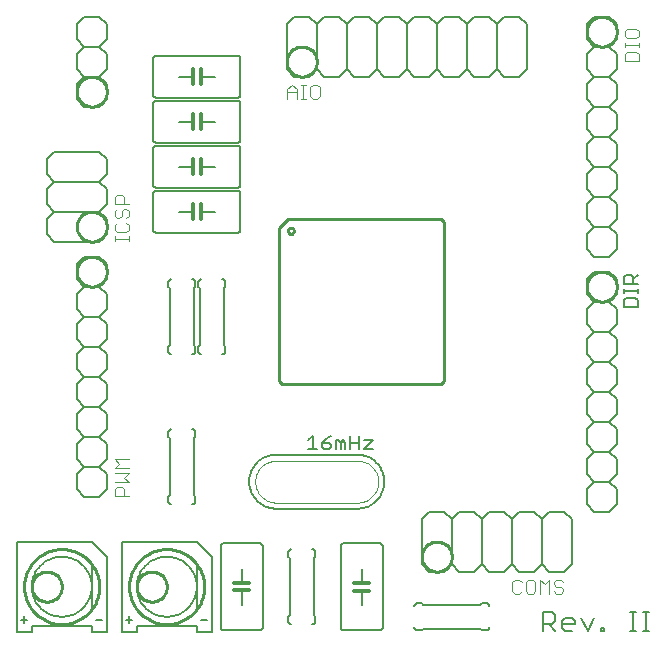
<source format=gto>
G75*
G70*
%OFA0B0*%
%FSLAX24Y24*%
%IPPOS*%
%LPD*%
%AMOC8*
5,1,8,0,0,1.08239X$1,22.5*
%
%ADD10C,0.0060*%
%ADD11C,0.0100*%
%ADD12C,0.0120*%
%ADD13C,0.0020*%
%ADD14C,0.0050*%
%ADD15C,0.0040*%
D10*
X001100Y001100D02*
X001600Y001100D01*
X001600Y001300D01*
X003600Y001300D01*
X003600Y001100D01*
X004100Y001100D01*
X004100Y003600D01*
X003600Y004100D01*
X001100Y004100D01*
X001100Y001100D01*
X001343Y001387D02*
X001343Y001614D01*
X001230Y001500D02*
X001457Y001500D01*
X001600Y002600D02*
X001602Y002663D01*
X001608Y002725D01*
X001618Y002787D01*
X001631Y002849D01*
X001649Y002909D01*
X001670Y002968D01*
X001695Y003026D01*
X001724Y003082D01*
X001756Y003136D01*
X001791Y003188D01*
X001829Y003237D01*
X001871Y003285D01*
X001915Y003329D01*
X001963Y003371D01*
X002012Y003409D01*
X002064Y003444D01*
X002118Y003476D01*
X002174Y003505D01*
X002232Y003530D01*
X002291Y003551D01*
X002351Y003569D01*
X002413Y003582D01*
X002475Y003592D01*
X002537Y003598D01*
X002600Y003600D01*
X002663Y003598D01*
X002725Y003592D01*
X002787Y003582D01*
X002849Y003569D01*
X002909Y003551D01*
X002968Y003530D01*
X003026Y003505D01*
X003082Y003476D01*
X003136Y003444D01*
X003188Y003409D01*
X003237Y003371D01*
X003285Y003329D01*
X003329Y003285D01*
X003371Y003237D01*
X003409Y003188D01*
X003444Y003136D01*
X003476Y003082D01*
X003505Y003026D01*
X003530Y002968D01*
X003551Y002909D01*
X003569Y002849D01*
X003582Y002787D01*
X003592Y002725D01*
X003598Y002663D01*
X003600Y002600D01*
X003598Y002537D01*
X003592Y002475D01*
X003582Y002413D01*
X003569Y002351D01*
X003551Y002291D01*
X003530Y002232D01*
X003505Y002174D01*
X003476Y002118D01*
X003444Y002064D01*
X003409Y002012D01*
X003371Y001963D01*
X003329Y001915D01*
X003285Y001871D01*
X003237Y001829D01*
X003188Y001791D01*
X003136Y001756D01*
X003082Y001724D01*
X003026Y001695D01*
X002968Y001670D01*
X002909Y001649D01*
X002849Y001631D01*
X002787Y001618D01*
X002725Y001608D01*
X002663Y001602D01*
X002600Y001600D01*
X002537Y001602D01*
X002475Y001608D01*
X002413Y001618D01*
X002351Y001631D01*
X002291Y001649D01*
X002232Y001670D01*
X002174Y001695D01*
X002118Y001724D01*
X002064Y001756D01*
X002012Y001791D01*
X001963Y001829D01*
X001915Y001871D01*
X001871Y001915D01*
X001829Y001963D01*
X001791Y002012D01*
X001756Y002064D01*
X001724Y002118D01*
X001695Y002174D01*
X001670Y002232D01*
X001649Y002291D01*
X001631Y002351D01*
X001618Y002413D01*
X001608Y002475D01*
X001602Y002537D01*
X001600Y002600D01*
X003600Y001850D02*
X003600Y003350D01*
X004600Y004100D02*
X004600Y001100D01*
X005100Y001100D01*
X005100Y001300D01*
X007100Y001300D01*
X007100Y001100D01*
X007600Y001100D01*
X007600Y003600D01*
X007100Y004100D01*
X004600Y004100D01*
X003850Y005600D02*
X003350Y005600D01*
X003100Y005850D01*
X003100Y006350D01*
X003350Y006600D01*
X003100Y006850D01*
X003100Y007350D01*
X003350Y007600D01*
X003850Y007600D01*
X004100Y007350D01*
X004100Y006850D01*
X003850Y006600D01*
X004100Y006350D01*
X004100Y005850D01*
X003850Y005600D01*
X003850Y006600D02*
X003350Y006600D01*
X003350Y007600D02*
X003100Y007850D01*
X003100Y008350D01*
X003350Y008600D01*
X003100Y008850D01*
X003100Y009350D01*
X003350Y009600D01*
X003100Y009850D01*
X003100Y010350D01*
X003350Y010600D01*
X003850Y010600D01*
X004100Y010350D01*
X004100Y009850D01*
X003850Y009600D01*
X004100Y009350D01*
X004100Y008850D01*
X003850Y008600D01*
X004100Y008350D01*
X004100Y007850D01*
X003850Y007600D01*
X003850Y008600D02*
X003350Y008600D01*
X003350Y009600D02*
X003850Y009600D01*
X003850Y010600D02*
X004100Y010850D01*
X004100Y011350D01*
X003850Y011600D01*
X004100Y011850D01*
X004100Y012350D01*
X003850Y012600D01*
X004100Y012850D01*
X004100Y013350D01*
X003850Y013600D01*
X003350Y013600D01*
X003100Y013350D01*
X003100Y012850D01*
X003350Y012600D01*
X003850Y012600D01*
X003350Y012600D02*
X003100Y012350D01*
X003100Y011850D01*
X003350Y011600D01*
X003850Y011600D01*
X003350Y011600D02*
X003100Y011350D01*
X003100Y010850D01*
X003350Y010600D01*
X006150Y010600D02*
X006200Y010650D01*
X006200Y012550D01*
X006150Y012600D01*
X006150Y012750D01*
X006152Y012767D01*
X006156Y012784D01*
X006163Y012800D01*
X006173Y012814D01*
X006186Y012827D01*
X006200Y012837D01*
X006216Y012844D01*
X006233Y012848D01*
X006250Y012850D01*
X006950Y012850D02*
X006967Y012848D01*
X006984Y012844D01*
X007000Y012837D01*
X007014Y012827D01*
X007027Y012814D01*
X007037Y012800D01*
X007044Y012784D01*
X007048Y012767D01*
X007050Y012750D01*
X007050Y012600D01*
X007000Y012550D01*
X007000Y010650D01*
X007050Y010600D01*
X007050Y010450D01*
X007150Y010450D02*
X007150Y010600D01*
X007200Y010650D01*
X007200Y012550D01*
X007150Y012600D01*
X007150Y012750D01*
X007152Y012767D01*
X007156Y012784D01*
X007163Y012800D01*
X007173Y012814D01*
X007186Y012827D01*
X007200Y012837D01*
X007216Y012844D01*
X007233Y012848D01*
X007250Y012850D01*
X007950Y012850D02*
X007967Y012848D01*
X007984Y012844D01*
X008000Y012837D01*
X008014Y012827D01*
X008027Y012814D01*
X008037Y012800D01*
X008044Y012784D01*
X008048Y012767D01*
X008050Y012750D01*
X008050Y012600D01*
X008000Y012550D01*
X008000Y010650D01*
X008050Y010600D01*
X008050Y010450D01*
X008048Y010433D01*
X008044Y010416D01*
X008037Y010400D01*
X008027Y010386D01*
X008014Y010373D01*
X008000Y010363D01*
X007984Y010356D01*
X007967Y010352D01*
X007950Y010350D01*
X007250Y010350D02*
X007233Y010352D01*
X007216Y010356D01*
X007200Y010363D01*
X007186Y010373D01*
X007173Y010386D01*
X007163Y010400D01*
X007156Y010416D01*
X007152Y010433D01*
X007150Y010450D01*
X007050Y010450D02*
X007048Y010433D01*
X007044Y010416D01*
X007037Y010400D01*
X007027Y010386D01*
X007014Y010373D01*
X007000Y010363D01*
X006984Y010356D01*
X006967Y010352D01*
X006950Y010350D01*
X006250Y010350D02*
X006233Y010352D01*
X006216Y010356D01*
X006200Y010363D01*
X006186Y010373D01*
X006173Y010386D01*
X006163Y010400D01*
X006156Y010416D01*
X006152Y010433D01*
X006150Y010450D01*
X006150Y010600D01*
X006150Y007750D02*
X006150Y007600D01*
X006200Y007550D01*
X006200Y005650D01*
X006150Y005600D01*
X006150Y005450D01*
X006152Y005433D01*
X006156Y005416D01*
X006163Y005400D01*
X006173Y005386D01*
X006186Y005373D01*
X006200Y005363D01*
X006216Y005356D01*
X006233Y005352D01*
X006250Y005350D01*
X006950Y005350D02*
X006967Y005352D01*
X006984Y005356D01*
X007000Y005363D01*
X007014Y005373D01*
X007027Y005386D01*
X007037Y005400D01*
X007044Y005416D01*
X007048Y005433D01*
X007050Y005450D01*
X007050Y005600D01*
X007000Y005650D01*
X007000Y007550D01*
X007050Y007600D01*
X007050Y007750D01*
X007048Y007767D01*
X007044Y007784D01*
X007037Y007800D01*
X007027Y007814D01*
X007014Y007827D01*
X007000Y007837D01*
X006984Y007844D01*
X006967Y007848D01*
X006950Y007850D01*
X006250Y007850D02*
X006233Y007848D01*
X006216Y007844D01*
X006200Y007837D01*
X006186Y007827D01*
X006173Y007814D01*
X006163Y007800D01*
X006156Y007784D01*
X006152Y007767D01*
X006150Y007750D01*
X009750Y007000D02*
X012450Y007000D01*
X012509Y006998D01*
X012567Y006992D01*
X012626Y006983D01*
X012683Y006969D01*
X012739Y006952D01*
X012794Y006931D01*
X012848Y006907D01*
X012900Y006879D01*
X012950Y006848D01*
X012998Y006814D01*
X013043Y006777D01*
X013086Y006736D01*
X013127Y006693D01*
X013164Y006648D01*
X013198Y006600D01*
X013229Y006550D01*
X013257Y006498D01*
X013281Y006444D01*
X013302Y006389D01*
X013319Y006333D01*
X013333Y006276D01*
X013342Y006217D01*
X013348Y006159D01*
X013350Y006100D01*
X013348Y006041D01*
X013342Y005983D01*
X013333Y005924D01*
X013319Y005867D01*
X013302Y005811D01*
X013281Y005756D01*
X013257Y005702D01*
X013229Y005650D01*
X013198Y005600D01*
X013164Y005552D01*
X013127Y005507D01*
X013086Y005464D01*
X013043Y005423D01*
X012998Y005386D01*
X012950Y005352D01*
X012900Y005321D01*
X012848Y005293D01*
X012794Y005269D01*
X012739Y005248D01*
X012683Y005231D01*
X012626Y005217D01*
X012567Y005208D01*
X012509Y005202D01*
X012450Y005200D01*
X009750Y005200D01*
X009691Y005202D01*
X009633Y005208D01*
X009574Y005217D01*
X009517Y005231D01*
X009461Y005248D01*
X009406Y005269D01*
X009352Y005293D01*
X009300Y005321D01*
X009250Y005352D01*
X009202Y005386D01*
X009157Y005423D01*
X009114Y005464D01*
X009073Y005507D01*
X009036Y005552D01*
X009002Y005600D01*
X008971Y005650D01*
X008943Y005702D01*
X008919Y005756D01*
X008898Y005811D01*
X008881Y005867D01*
X008867Y005924D01*
X008858Y005983D01*
X008852Y006041D01*
X008850Y006100D01*
X008852Y006159D01*
X008858Y006217D01*
X008867Y006276D01*
X008881Y006333D01*
X008898Y006389D01*
X008919Y006444D01*
X008943Y006498D01*
X008971Y006550D01*
X009002Y006600D01*
X009036Y006648D01*
X009073Y006693D01*
X009114Y006736D01*
X009157Y006777D01*
X009202Y006814D01*
X009250Y006848D01*
X009300Y006879D01*
X009352Y006907D01*
X009406Y006931D01*
X009461Y006952D01*
X009517Y006969D01*
X009574Y006983D01*
X009633Y006992D01*
X009691Y006998D01*
X009750Y007000D01*
X009200Y004050D02*
X008000Y004050D01*
X007983Y004048D01*
X007966Y004044D01*
X007950Y004037D01*
X007936Y004027D01*
X007923Y004014D01*
X007913Y004000D01*
X007906Y003984D01*
X007902Y003967D01*
X007900Y003950D01*
X007900Y001250D01*
X007902Y001233D01*
X007906Y001216D01*
X007913Y001200D01*
X007923Y001186D01*
X007936Y001173D01*
X007950Y001163D01*
X007966Y001156D01*
X007983Y001152D01*
X008000Y001150D01*
X009200Y001150D01*
X009217Y001152D01*
X009234Y001156D01*
X009250Y001163D01*
X009264Y001173D01*
X009277Y001186D01*
X009287Y001200D01*
X009294Y001216D01*
X009298Y001233D01*
X009300Y001250D01*
X009300Y003950D01*
X009298Y003967D01*
X009294Y003984D01*
X009287Y004000D01*
X009277Y004014D01*
X009264Y004027D01*
X009250Y004037D01*
X009234Y004044D01*
X009217Y004048D01*
X009200Y004050D01*
X008600Y003200D02*
X008600Y002730D01*
X008600Y002480D02*
X008600Y002000D01*
X007457Y001500D02*
X007230Y001500D01*
X007100Y001850D02*
X007100Y003350D01*
X005100Y002600D02*
X005102Y002663D01*
X005108Y002725D01*
X005118Y002787D01*
X005131Y002849D01*
X005149Y002909D01*
X005170Y002968D01*
X005195Y003026D01*
X005224Y003082D01*
X005256Y003136D01*
X005291Y003188D01*
X005329Y003237D01*
X005371Y003285D01*
X005415Y003329D01*
X005463Y003371D01*
X005512Y003409D01*
X005564Y003444D01*
X005618Y003476D01*
X005674Y003505D01*
X005732Y003530D01*
X005791Y003551D01*
X005851Y003569D01*
X005913Y003582D01*
X005975Y003592D01*
X006037Y003598D01*
X006100Y003600D01*
X006163Y003598D01*
X006225Y003592D01*
X006287Y003582D01*
X006349Y003569D01*
X006409Y003551D01*
X006468Y003530D01*
X006526Y003505D01*
X006582Y003476D01*
X006636Y003444D01*
X006688Y003409D01*
X006737Y003371D01*
X006785Y003329D01*
X006829Y003285D01*
X006871Y003237D01*
X006909Y003188D01*
X006944Y003136D01*
X006976Y003082D01*
X007005Y003026D01*
X007030Y002968D01*
X007051Y002909D01*
X007069Y002849D01*
X007082Y002787D01*
X007092Y002725D01*
X007098Y002663D01*
X007100Y002600D01*
X007098Y002537D01*
X007092Y002475D01*
X007082Y002413D01*
X007069Y002351D01*
X007051Y002291D01*
X007030Y002232D01*
X007005Y002174D01*
X006976Y002118D01*
X006944Y002064D01*
X006909Y002012D01*
X006871Y001963D01*
X006829Y001915D01*
X006785Y001871D01*
X006737Y001829D01*
X006688Y001791D01*
X006636Y001756D01*
X006582Y001724D01*
X006526Y001695D01*
X006468Y001670D01*
X006409Y001649D01*
X006349Y001631D01*
X006287Y001618D01*
X006225Y001608D01*
X006163Y001602D01*
X006100Y001600D01*
X006037Y001602D01*
X005975Y001608D01*
X005913Y001618D01*
X005851Y001631D01*
X005791Y001649D01*
X005732Y001670D01*
X005674Y001695D01*
X005618Y001724D01*
X005564Y001756D01*
X005512Y001791D01*
X005463Y001829D01*
X005415Y001871D01*
X005371Y001915D01*
X005329Y001963D01*
X005291Y002012D01*
X005256Y002064D01*
X005224Y002118D01*
X005195Y002174D01*
X005170Y002232D01*
X005149Y002291D01*
X005131Y002351D01*
X005118Y002413D01*
X005108Y002475D01*
X005102Y002537D01*
X005100Y002600D01*
X004843Y001614D02*
X004843Y001387D01*
X004730Y001500D02*
X004957Y001500D01*
X003957Y001500D02*
X003730Y001500D01*
X010150Y001450D02*
X010150Y001600D01*
X010200Y001650D01*
X010200Y003550D01*
X010150Y003600D01*
X010150Y003750D01*
X010152Y003767D01*
X010156Y003784D01*
X010163Y003800D01*
X010173Y003814D01*
X010186Y003827D01*
X010200Y003837D01*
X010216Y003844D01*
X010233Y003848D01*
X010250Y003850D01*
X010950Y003850D02*
X010967Y003848D01*
X010984Y003844D01*
X011000Y003837D01*
X011014Y003827D01*
X011027Y003814D01*
X011037Y003800D01*
X011044Y003784D01*
X011048Y003767D01*
X011050Y003750D01*
X011050Y003600D01*
X011000Y003550D01*
X011000Y001650D01*
X011050Y001600D01*
X011050Y001450D01*
X011048Y001433D01*
X011044Y001416D01*
X011037Y001400D01*
X011027Y001386D01*
X011014Y001373D01*
X011000Y001363D01*
X010984Y001356D01*
X010967Y001352D01*
X010950Y001350D01*
X010250Y001350D02*
X010233Y001352D01*
X010216Y001356D01*
X010200Y001363D01*
X010186Y001373D01*
X010173Y001386D01*
X010163Y001400D01*
X010156Y001416D01*
X010152Y001433D01*
X010150Y001450D01*
X011900Y001250D02*
X011900Y003950D01*
X011902Y003967D01*
X011906Y003984D01*
X011913Y004000D01*
X011923Y004014D01*
X011936Y004027D01*
X011950Y004037D01*
X011966Y004044D01*
X011983Y004048D01*
X012000Y004050D01*
X013200Y004050D01*
X013217Y004048D01*
X013234Y004044D01*
X013250Y004037D01*
X013264Y004027D01*
X013277Y004014D01*
X013287Y004000D01*
X013294Y003984D01*
X013298Y003967D01*
X013300Y003950D01*
X013300Y001250D01*
X013298Y001233D01*
X013294Y001216D01*
X013287Y001200D01*
X013277Y001186D01*
X013264Y001173D01*
X013250Y001163D01*
X013234Y001156D01*
X013217Y001152D01*
X013200Y001150D01*
X012000Y001150D01*
X011983Y001152D01*
X011966Y001156D01*
X011950Y001163D01*
X011936Y001173D01*
X011923Y001186D01*
X011913Y001200D01*
X011906Y001216D01*
X011902Y001233D01*
X011900Y001250D01*
X012600Y002000D02*
X012600Y002470D01*
X012600Y002720D02*
X012600Y003200D01*
X014600Y003350D02*
X014600Y004850D01*
X014850Y005100D01*
X015350Y005100D01*
X015600Y004850D01*
X015600Y003350D01*
X015850Y003100D01*
X016350Y003100D01*
X016600Y003350D01*
X016600Y004850D01*
X016850Y005100D01*
X017350Y005100D01*
X017600Y004850D01*
X017600Y003350D01*
X017850Y003100D01*
X018350Y003100D01*
X018600Y003350D01*
X018850Y003100D01*
X019350Y003100D01*
X019600Y003350D01*
X019600Y004850D01*
X019350Y005100D01*
X018850Y005100D01*
X018600Y004850D01*
X018600Y003350D01*
X017600Y003350D02*
X017350Y003100D01*
X016850Y003100D01*
X016600Y003350D01*
X015600Y003350D02*
X015350Y003100D01*
X014850Y003100D01*
X014600Y003350D01*
X014600Y002050D02*
X014450Y002050D01*
X014433Y002048D01*
X014416Y002044D01*
X014400Y002037D01*
X014386Y002027D01*
X014373Y002014D01*
X014363Y002000D01*
X014356Y001984D01*
X014352Y001967D01*
X014350Y001950D01*
X014600Y002050D02*
X014650Y002000D01*
X016550Y002000D01*
X016600Y002050D01*
X016750Y002050D01*
X016767Y002048D01*
X016784Y002044D01*
X016800Y002037D01*
X016814Y002027D01*
X016827Y002014D01*
X016837Y002000D01*
X016844Y001984D01*
X016848Y001967D01*
X016850Y001950D01*
X016850Y001250D02*
X016848Y001233D01*
X016844Y001216D01*
X016837Y001200D01*
X016827Y001186D01*
X016814Y001173D01*
X016800Y001163D01*
X016784Y001156D01*
X016767Y001152D01*
X016750Y001150D01*
X016600Y001150D01*
X016550Y001200D01*
X014650Y001200D01*
X014600Y001150D01*
X014450Y001150D01*
X014433Y001152D01*
X014416Y001156D01*
X014400Y001163D01*
X014386Y001173D01*
X014373Y001186D01*
X014363Y001200D01*
X014356Y001216D01*
X014352Y001233D01*
X014350Y001250D01*
X015600Y004850D02*
X015850Y005100D01*
X016350Y005100D01*
X016600Y004850D01*
X017600Y004850D02*
X017850Y005100D01*
X018350Y005100D01*
X018600Y004850D01*
X020100Y005350D02*
X020100Y005850D01*
X020350Y006100D01*
X020100Y006350D01*
X020100Y006850D01*
X020350Y007100D01*
X020100Y007350D01*
X020100Y007850D01*
X020350Y008100D01*
X020100Y008350D01*
X020100Y008850D01*
X020350Y009100D01*
X020100Y009350D01*
X020100Y009850D01*
X020350Y010100D01*
X020100Y010350D01*
X020100Y010850D01*
X020350Y011100D01*
X020100Y011350D01*
X020100Y011850D01*
X020350Y012100D01*
X020100Y012350D01*
X020100Y012850D01*
X020350Y013100D01*
X020850Y013100D01*
X021100Y012850D01*
X021100Y012350D01*
X020850Y012100D01*
X021100Y011850D01*
X021100Y011350D01*
X020850Y011100D01*
X020350Y011100D01*
X020850Y011100D02*
X021100Y010850D01*
X021100Y010350D01*
X020850Y010100D01*
X021100Y009850D01*
X021100Y009350D01*
X020850Y009100D01*
X021100Y008850D01*
X021100Y008350D01*
X020850Y008100D01*
X020350Y008100D01*
X020850Y008100D02*
X021100Y007850D01*
X021100Y007350D01*
X020850Y007100D01*
X021100Y006850D01*
X021100Y006350D01*
X020850Y006100D01*
X021100Y005850D01*
X021100Y005350D01*
X020850Y005100D01*
X020350Y005100D01*
X020100Y005350D01*
X020350Y006100D02*
X020850Y006100D01*
X020850Y007100D02*
X020350Y007100D01*
X020350Y009100D02*
X020850Y009100D01*
X020850Y010100D02*
X020350Y010100D01*
X020350Y012100D02*
X020850Y012100D01*
X020850Y013600D02*
X020350Y013600D01*
X020100Y013850D01*
X020100Y014350D01*
X020350Y014600D01*
X020100Y014850D01*
X020100Y015350D01*
X020350Y015600D01*
X020850Y015600D01*
X021100Y015350D01*
X021100Y014850D01*
X020850Y014600D01*
X021100Y014350D01*
X021100Y013850D01*
X020850Y013600D01*
X020850Y014600D02*
X020350Y014600D01*
X020350Y015600D02*
X020100Y015850D01*
X020100Y016350D01*
X020350Y016600D01*
X020100Y016850D01*
X020100Y017350D01*
X020350Y017600D01*
X020100Y017850D01*
X020100Y018350D01*
X020350Y018600D01*
X020850Y018600D01*
X021100Y018350D01*
X021100Y017850D01*
X020850Y017600D01*
X021100Y017350D01*
X021100Y016850D01*
X020850Y016600D01*
X021100Y016350D01*
X021100Y015850D01*
X020850Y015600D01*
X020850Y016600D02*
X020350Y016600D01*
X020350Y017600D02*
X020850Y017600D01*
X020850Y018600D02*
X021100Y018850D01*
X021100Y019350D01*
X020850Y019600D01*
X021100Y019850D01*
X021100Y020350D01*
X020850Y020600D01*
X021100Y020850D01*
X021100Y021350D01*
X020850Y021600D01*
X020350Y021600D01*
X020100Y021350D01*
X020100Y020850D01*
X020350Y020600D01*
X020850Y020600D01*
X020350Y020600D02*
X020100Y020350D01*
X020100Y019850D01*
X020350Y019600D01*
X020850Y019600D01*
X020350Y019600D02*
X020100Y019350D01*
X020100Y018850D01*
X020350Y018600D01*
X018100Y019850D02*
X018100Y021350D01*
X017850Y021600D01*
X017350Y021600D01*
X017100Y021350D01*
X017100Y019850D01*
X017350Y019600D01*
X017850Y019600D01*
X018100Y019850D01*
X017100Y019850D02*
X016850Y019600D01*
X016350Y019600D01*
X016100Y019850D01*
X016100Y021350D01*
X016350Y021600D01*
X016850Y021600D01*
X017100Y021350D01*
X016100Y021350D02*
X015850Y021600D01*
X015350Y021600D01*
X015100Y021350D01*
X015100Y019850D01*
X015350Y019600D01*
X015850Y019600D01*
X016100Y019850D01*
X015100Y019850D02*
X014850Y019600D01*
X014350Y019600D01*
X014100Y019850D01*
X014100Y021350D01*
X014350Y021600D01*
X014850Y021600D01*
X015100Y021350D01*
X014100Y021350D02*
X013850Y021600D01*
X013350Y021600D01*
X013100Y021350D01*
X013100Y019850D01*
X013350Y019600D01*
X013850Y019600D01*
X014100Y019850D01*
X013100Y019850D02*
X012850Y019600D01*
X012350Y019600D01*
X012100Y019850D01*
X012100Y021350D01*
X012350Y021600D01*
X012850Y021600D01*
X013100Y021350D01*
X012100Y021350D02*
X011850Y021600D01*
X011350Y021600D01*
X011100Y021350D01*
X011100Y019850D01*
X011350Y019600D01*
X011850Y019600D01*
X012100Y019850D01*
X011100Y019850D02*
X010850Y019600D01*
X010350Y019600D01*
X010100Y019850D01*
X010100Y021350D01*
X010350Y021600D01*
X010850Y021600D01*
X011100Y021350D01*
X008550Y020200D02*
X008550Y019000D01*
X008548Y018983D01*
X008544Y018966D01*
X008537Y018950D01*
X008527Y018936D01*
X008514Y018923D01*
X008500Y018913D01*
X008484Y018906D01*
X008467Y018902D01*
X008450Y018900D01*
X005750Y018900D01*
X005733Y018902D01*
X005716Y018906D01*
X005700Y018913D01*
X005686Y018923D01*
X005673Y018936D01*
X005663Y018950D01*
X005656Y018966D01*
X005652Y018983D01*
X005650Y019000D01*
X005650Y020200D01*
X005652Y020217D01*
X005656Y020234D01*
X005663Y020250D01*
X005673Y020264D01*
X005686Y020277D01*
X005700Y020287D01*
X005716Y020294D01*
X005733Y020298D01*
X005750Y020300D01*
X008450Y020300D01*
X008467Y020298D01*
X008484Y020294D01*
X008500Y020287D01*
X008514Y020277D01*
X008527Y020264D01*
X008537Y020250D01*
X008544Y020234D01*
X008548Y020217D01*
X008550Y020200D01*
X007700Y019600D02*
X007230Y019600D01*
X006980Y019600D02*
X006500Y019600D01*
X005750Y018800D02*
X008450Y018800D01*
X008467Y018798D01*
X008484Y018794D01*
X008500Y018787D01*
X008514Y018777D01*
X008527Y018764D01*
X008537Y018750D01*
X008544Y018734D01*
X008548Y018717D01*
X008550Y018700D01*
X008550Y017500D01*
X008548Y017483D01*
X008544Y017466D01*
X008537Y017450D01*
X008527Y017436D01*
X008514Y017423D01*
X008500Y017413D01*
X008484Y017406D01*
X008467Y017402D01*
X008450Y017400D01*
X005750Y017400D01*
X005750Y017300D02*
X008450Y017300D01*
X008467Y017298D01*
X008484Y017294D01*
X008500Y017287D01*
X008514Y017277D01*
X008527Y017264D01*
X008537Y017250D01*
X008544Y017234D01*
X008548Y017217D01*
X008550Y017200D01*
X008550Y016000D01*
X008548Y015983D01*
X008544Y015966D01*
X008537Y015950D01*
X008527Y015936D01*
X008514Y015923D01*
X008500Y015913D01*
X008484Y015906D01*
X008467Y015902D01*
X008450Y015900D01*
X005750Y015900D01*
X005733Y015902D01*
X005716Y015906D01*
X005700Y015913D01*
X005686Y015923D01*
X005673Y015936D01*
X005663Y015950D01*
X005656Y015966D01*
X005652Y015983D01*
X005650Y016000D01*
X005650Y017200D01*
X005652Y017217D01*
X005656Y017234D01*
X005663Y017250D01*
X005673Y017264D01*
X005686Y017277D01*
X005700Y017287D01*
X005716Y017294D01*
X005733Y017298D01*
X005750Y017300D01*
X005750Y017400D02*
X005733Y017402D01*
X005716Y017406D01*
X005700Y017413D01*
X005686Y017423D01*
X005673Y017436D01*
X005663Y017450D01*
X005656Y017466D01*
X005652Y017483D01*
X005650Y017500D01*
X005650Y018700D01*
X005652Y018717D01*
X005656Y018734D01*
X005663Y018750D01*
X005673Y018764D01*
X005686Y018777D01*
X005700Y018787D01*
X005716Y018794D01*
X005733Y018798D01*
X005750Y018800D01*
X006500Y018100D02*
X006980Y018100D01*
X007230Y018100D02*
X007700Y018100D01*
X007700Y016600D02*
X007230Y016600D01*
X006980Y016600D02*
X006500Y016600D01*
X005750Y015800D02*
X008450Y015800D01*
X008467Y015798D01*
X008484Y015794D01*
X008500Y015787D01*
X008514Y015777D01*
X008527Y015764D01*
X008537Y015750D01*
X008544Y015734D01*
X008548Y015717D01*
X008550Y015700D01*
X008550Y014500D01*
X008548Y014483D01*
X008544Y014466D01*
X008537Y014450D01*
X008527Y014436D01*
X008514Y014423D01*
X008500Y014413D01*
X008484Y014406D01*
X008467Y014402D01*
X008450Y014400D01*
X005750Y014400D01*
X005733Y014402D01*
X005716Y014406D01*
X005700Y014413D01*
X005686Y014423D01*
X005673Y014436D01*
X005663Y014450D01*
X005656Y014466D01*
X005652Y014483D01*
X005650Y014500D01*
X005650Y015700D01*
X005652Y015717D01*
X005656Y015734D01*
X005663Y015750D01*
X005673Y015764D01*
X005686Y015777D01*
X005700Y015787D01*
X005716Y015794D01*
X005733Y015798D01*
X005750Y015800D01*
X006500Y015100D02*
X006980Y015100D01*
X007230Y015100D02*
X007700Y015100D01*
X004100Y014850D02*
X004100Y014350D01*
X003850Y014100D01*
X002350Y014100D01*
X002100Y014350D01*
X002100Y014850D01*
X002350Y015100D01*
X003850Y015100D01*
X004100Y015350D01*
X004100Y015850D01*
X003850Y016100D01*
X004100Y016350D01*
X004100Y016850D01*
X003850Y017100D01*
X002350Y017100D01*
X002100Y016850D01*
X002100Y016350D01*
X002350Y016100D01*
X003850Y016100D01*
X003850Y015100D02*
X004100Y014850D01*
X002350Y015100D02*
X002100Y015350D01*
X002100Y015850D01*
X002350Y016100D01*
X003350Y018600D02*
X003100Y018850D01*
X003100Y019350D01*
X003350Y019600D01*
X003100Y019850D01*
X003100Y020350D01*
X003350Y020600D01*
X003100Y020850D01*
X003100Y021350D01*
X003350Y021600D01*
X003850Y021600D01*
X004100Y021350D01*
X004100Y020850D01*
X003850Y020600D01*
X004100Y020350D01*
X004100Y019850D01*
X003850Y019600D01*
X004100Y019350D01*
X004100Y018850D01*
X003850Y018600D01*
X003350Y018600D01*
X003350Y019600D02*
X003850Y019600D01*
X003850Y020600D02*
X003350Y020600D01*
X018630Y001771D02*
X018950Y001771D01*
X019057Y001664D01*
X019057Y001450D01*
X018950Y001344D01*
X018630Y001344D01*
X018844Y001344D02*
X019057Y001130D01*
X019275Y001237D02*
X019275Y001450D01*
X019381Y001557D01*
X019595Y001557D01*
X019702Y001450D01*
X019702Y001344D01*
X019275Y001344D01*
X019275Y001237D02*
X019381Y001130D01*
X019595Y001130D01*
X019919Y001557D02*
X020133Y001130D01*
X020346Y001557D01*
X020564Y001237D02*
X020670Y001237D01*
X020670Y001130D01*
X020564Y001130D01*
X020564Y001237D01*
X021530Y001130D02*
X021744Y001130D01*
X021637Y001130D02*
X021637Y001771D01*
X021530Y001771D02*
X021744Y001771D01*
X021960Y001771D02*
X022174Y001771D01*
X022067Y001771D02*
X022067Y001130D01*
X021960Y001130D02*
X022174Y001130D01*
X018630Y001130D02*
X018630Y001771D01*
D11*
X014600Y003600D02*
X014602Y003644D01*
X014608Y003688D01*
X014618Y003731D01*
X014631Y003773D01*
X014648Y003814D01*
X014669Y003853D01*
X014693Y003890D01*
X014720Y003925D01*
X014750Y003957D01*
X014783Y003987D01*
X014819Y004013D01*
X014856Y004037D01*
X014896Y004056D01*
X014937Y004073D01*
X014980Y004085D01*
X015023Y004094D01*
X015067Y004099D01*
X015111Y004100D01*
X015155Y004097D01*
X015199Y004090D01*
X015242Y004079D01*
X015284Y004065D01*
X015324Y004047D01*
X015363Y004025D01*
X015399Y004001D01*
X015433Y003973D01*
X015465Y003942D01*
X015494Y003908D01*
X015520Y003872D01*
X015542Y003834D01*
X015561Y003794D01*
X015576Y003752D01*
X015588Y003710D01*
X015596Y003666D01*
X015600Y003622D01*
X015600Y003578D01*
X015596Y003534D01*
X015588Y003490D01*
X015576Y003448D01*
X015561Y003406D01*
X015542Y003366D01*
X015520Y003328D01*
X015494Y003292D01*
X015465Y003258D01*
X015433Y003227D01*
X015399Y003199D01*
X015363Y003175D01*
X015324Y003153D01*
X015284Y003135D01*
X015242Y003121D01*
X015199Y003110D01*
X015155Y003103D01*
X015111Y003100D01*
X015067Y003101D01*
X015023Y003106D01*
X014980Y003115D01*
X014937Y003127D01*
X014896Y003144D01*
X014856Y003163D01*
X014819Y003187D01*
X014783Y003213D01*
X014750Y003243D01*
X014720Y003275D01*
X014693Y003310D01*
X014669Y003347D01*
X014648Y003386D01*
X014631Y003427D01*
X014618Y003469D01*
X014608Y003512D01*
X014602Y003556D01*
X014600Y003600D01*
X015257Y009344D02*
X009943Y009344D01*
X009844Y009443D01*
X009844Y014561D01*
X010139Y014856D01*
X015257Y014856D01*
X015356Y014757D01*
X015356Y009443D01*
X015257Y009344D01*
X010140Y014462D02*
X010142Y014481D01*
X010147Y014500D01*
X010157Y014516D01*
X010169Y014531D01*
X010184Y014543D01*
X010200Y014553D01*
X010219Y014558D01*
X010238Y014560D01*
X010257Y014558D01*
X010276Y014553D01*
X010292Y014543D01*
X010307Y014531D01*
X010319Y014516D01*
X010329Y014500D01*
X010334Y014481D01*
X010336Y014462D01*
X010334Y014443D01*
X010329Y014424D01*
X010319Y014408D01*
X010307Y014393D01*
X010292Y014381D01*
X010276Y014371D01*
X010257Y014366D01*
X010238Y014364D01*
X010219Y014366D01*
X010200Y014371D01*
X010184Y014381D01*
X010169Y014393D01*
X010157Y014408D01*
X010147Y014424D01*
X010142Y014443D01*
X010140Y014462D01*
X010100Y020100D02*
X010102Y020144D01*
X010108Y020188D01*
X010118Y020231D01*
X010131Y020273D01*
X010148Y020314D01*
X010169Y020353D01*
X010193Y020390D01*
X010220Y020425D01*
X010250Y020457D01*
X010283Y020487D01*
X010319Y020513D01*
X010356Y020537D01*
X010396Y020556D01*
X010437Y020573D01*
X010480Y020585D01*
X010523Y020594D01*
X010567Y020599D01*
X010611Y020600D01*
X010655Y020597D01*
X010699Y020590D01*
X010742Y020579D01*
X010784Y020565D01*
X010824Y020547D01*
X010863Y020525D01*
X010899Y020501D01*
X010933Y020473D01*
X010965Y020442D01*
X010994Y020408D01*
X011020Y020372D01*
X011042Y020334D01*
X011061Y020294D01*
X011076Y020252D01*
X011088Y020210D01*
X011096Y020166D01*
X011100Y020122D01*
X011100Y020078D01*
X011096Y020034D01*
X011088Y019990D01*
X011076Y019948D01*
X011061Y019906D01*
X011042Y019866D01*
X011020Y019828D01*
X010994Y019792D01*
X010965Y019758D01*
X010933Y019727D01*
X010899Y019699D01*
X010863Y019675D01*
X010824Y019653D01*
X010784Y019635D01*
X010742Y019621D01*
X010699Y019610D01*
X010655Y019603D01*
X010611Y019600D01*
X010567Y019601D01*
X010523Y019606D01*
X010480Y019615D01*
X010437Y019627D01*
X010396Y019644D01*
X010356Y019663D01*
X010319Y019687D01*
X010283Y019713D01*
X010250Y019743D01*
X010220Y019775D01*
X010193Y019810D01*
X010169Y019847D01*
X010148Y019886D01*
X010131Y019927D01*
X010118Y019969D01*
X010108Y020012D01*
X010102Y020056D01*
X010100Y020100D01*
X003100Y019100D02*
X003102Y019144D01*
X003108Y019188D01*
X003118Y019231D01*
X003131Y019273D01*
X003148Y019314D01*
X003169Y019353D01*
X003193Y019390D01*
X003220Y019425D01*
X003250Y019457D01*
X003283Y019487D01*
X003319Y019513D01*
X003356Y019537D01*
X003396Y019556D01*
X003437Y019573D01*
X003480Y019585D01*
X003523Y019594D01*
X003567Y019599D01*
X003611Y019600D01*
X003655Y019597D01*
X003699Y019590D01*
X003742Y019579D01*
X003784Y019565D01*
X003824Y019547D01*
X003863Y019525D01*
X003899Y019501D01*
X003933Y019473D01*
X003965Y019442D01*
X003994Y019408D01*
X004020Y019372D01*
X004042Y019334D01*
X004061Y019294D01*
X004076Y019252D01*
X004088Y019210D01*
X004096Y019166D01*
X004100Y019122D01*
X004100Y019078D01*
X004096Y019034D01*
X004088Y018990D01*
X004076Y018948D01*
X004061Y018906D01*
X004042Y018866D01*
X004020Y018828D01*
X003994Y018792D01*
X003965Y018758D01*
X003933Y018727D01*
X003899Y018699D01*
X003863Y018675D01*
X003824Y018653D01*
X003784Y018635D01*
X003742Y018621D01*
X003699Y018610D01*
X003655Y018603D01*
X003611Y018600D01*
X003567Y018601D01*
X003523Y018606D01*
X003480Y018615D01*
X003437Y018627D01*
X003396Y018644D01*
X003356Y018663D01*
X003319Y018687D01*
X003283Y018713D01*
X003250Y018743D01*
X003220Y018775D01*
X003193Y018810D01*
X003169Y018847D01*
X003148Y018886D01*
X003131Y018927D01*
X003118Y018969D01*
X003108Y019012D01*
X003102Y019056D01*
X003100Y019100D01*
X003100Y014600D02*
X003102Y014644D01*
X003108Y014688D01*
X003118Y014731D01*
X003131Y014773D01*
X003148Y014814D01*
X003169Y014853D01*
X003193Y014890D01*
X003220Y014925D01*
X003250Y014957D01*
X003283Y014987D01*
X003319Y015013D01*
X003356Y015037D01*
X003396Y015056D01*
X003437Y015073D01*
X003480Y015085D01*
X003523Y015094D01*
X003567Y015099D01*
X003611Y015100D01*
X003655Y015097D01*
X003699Y015090D01*
X003742Y015079D01*
X003784Y015065D01*
X003824Y015047D01*
X003863Y015025D01*
X003899Y015001D01*
X003933Y014973D01*
X003965Y014942D01*
X003994Y014908D01*
X004020Y014872D01*
X004042Y014834D01*
X004061Y014794D01*
X004076Y014752D01*
X004088Y014710D01*
X004096Y014666D01*
X004100Y014622D01*
X004100Y014578D01*
X004096Y014534D01*
X004088Y014490D01*
X004076Y014448D01*
X004061Y014406D01*
X004042Y014366D01*
X004020Y014328D01*
X003994Y014292D01*
X003965Y014258D01*
X003933Y014227D01*
X003899Y014199D01*
X003863Y014175D01*
X003824Y014153D01*
X003784Y014135D01*
X003742Y014121D01*
X003699Y014110D01*
X003655Y014103D01*
X003611Y014100D01*
X003567Y014101D01*
X003523Y014106D01*
X003480Y014115D01*
X003437Y014127D01*
X003396Y014144D01*
X003356Y014163D01*
X003319Y014187D01*
X003283Y014213D01*
X003250Y014243D01*
X003220Y014275D01*
X003193Y014310D01*
X003169Y014347D01*
X003148Y014386D01*
X003131Y014427D01*
X003118Y014469D01*
X003108Y014512D01*
X003102Y014556D01*
X003100Y014600D01*
X003100Y013100D02*
X003102Y013144D01*
X003108Y013188D01*
X003118Y013231D01*
X003131Y013273D01*
X003148Y013314D01*
X003169Y013353D01*
X003193Y013390D01*
X003220Y013425D01*
X003250Y013457D01*
X003283Y013487D01*
X003319Y013513D01*
X003356Y013537D01*
X003396Y013556D01*
X003437Y013573D01*
X003480Y013585D01*
X003523Y013594D01*
X003567Y013599D01*
X003611Y013600D01*
X003655Y013597D01*
X003699Y013590D01*
X003742Y013579D01*
X003784Y013565D01*
X003824Y013547D01*
X003863Y013525D01*
X003899Y013501D01*
X003933Y013473D01*
X003965Y013442D01*
X003994Y013408D01*
X004020Y013372D01*
X004042Y013334D01*
X004061Y013294D01*
X004076Y013252D01*
X004088Y013210D01*
X004096Y013166D01*
X004100Y013122D01*
X004100Y013078D01*
X004096Y013034D01*
X004088Y012990D01*
X004076Y012948D01*
X004061Y012906D01*
X004042Y012866D01*
X004020Y012828D01*
X003994Y012792D01*
X003965Y012758D01*
X003933Y012727D01*
X003899Y012699D01*
X003863Y012675D01*
X003824Y012653D01*
X003784Y012635D01*
X003742Y012621D01*
X003699Y012610D01*
X003655Y012603D01*
X003611Y012600D01*
X003567Y012601D01*
X003523Y012606D01*
X003480Y012615D01*
X003437Y012627D01*
X003396Y012644D01*
X003356Y012663D01*
X003319Y012687D01*
X003283Y012713D01*
X003250Y012743D01*
X003220Y012775D01*
X003193Y012810D01*
X003169Y012847D01*
X003148Y012886D01*
X003131Y012927D01*
X003118Y012969D01*
X003108Y013012D01*
X003102Y013056D01*
X003100Y013100D01*
X001350Y002600D02*
X001352Y002670D01*
X001358Y002740D01*
X001368Y002809D01*
X001381Y002878D01*
X001399Y002946D01*
X001420Y003013D01*
X001445Y003078D01*
X001474Y003142D01*
X001506Y003205D01*
X001542Y003265D01*
X001581Y003323D01*
X001623Y003379D01*
X001668Y003433D01*
X001716Y003484D01*
X001767Y003532D01*
X001821Y003577D01*
X001877Y003619D01*
X001935Y003658D01*
X001995Y003694D01*
X002058Y003726D01*
X002122Y003755D01*
X002187Y003780D01*
X002254Y003801D01*
X002322Y003819D01*
X002391Y003832D01*
X002460Y003842D01*
X002530Y003848D01*
X002600Y003850D01*
X002670Y003848D01*
X002740Y003842D01*
X002809Y003832D01*
X002878Y003819D01*
X002946Y003801D01*
X003013Y003780D01*
X003078Y003755D01*
X003142Y003726D01*
X003205Y003694D01*
X003265Y003658D01*
X003323Y003619D01*
X003379Y003577D01*
X003433Y003532D01*
X003484Y003484D01*
X003532Y003433D01*
X003577Y003379D01*
X003619Y003323D01*
X003658Y003265D01*
X003694Y003205D01*
X003726Y003142D01*
X003755Y003078D01*
X003780Y003013D01*
X003801Y002946D01*
X003819Y002878D01*
X003832Y002809D01*
X003842Y002740D01*
X003848Y002670D01*
X003850Y002600D01*
X003848Y002530D01*
X003842Y002460D01*
X003832Y002391D01*
X003819Y002322D01*
X003801Y002254D01*
X003780Y002187D01*
X003755Y002122D01*
X003726Y002058D01*
X003694Y001995D01*
X003658Y001935D01*
X003619Y001877D01*
X003577Y001821D01*
X003532Y001767D01*
X003484Y001716D01*
X003433Y001668D01*
X003379Y001623D01*
X003323Y001581D01*
X003265Y001542D01*
X003205Y001506D01*
X003142Y001474D01*
X003078Y001445D01*
X003013Y001420D01*
X002946Y001399D01*
X002878Y001381D01*
X002809Y001368D01*
X002740Y001358D01*
X002670Y001352D01*
X002600Y001350D01*
X002530Y001352D01*
X002460Y001358D01*
X002391Y001368D01*
X002322Y001381D01*
X002254Y001399D01*
X002187Y001420D01*
X002122Y001445D01*
X002058Y001474D01*
X001995Y001506D01*
X001935Y001542D01*
X001877Y001581D01*
X001821Y001623D01*
X001767Y001668D01*
X001716Y001716D01*
X001668Y001767D01*
X001623Y001821D01*
X001581Y001877D01*
X001542Y001935D01*
X001506Y001995D01*
X001474Y002058D01*
X001445Y002122D01*
X001420Y002187D01*
X001399Y002254D01*
X001381Y002322D01*
X001368Y002391D01*
X001358Y002460D01*
X001352Y002530D01*
X001350Y002600D01*
X001600Y002600D02*
X001602Y002644D01*
X001608Y002688D01*
X001618Y002731D01*
X001631Y002773D01*
X001648Y002814D01*
X001669Y002853D01*
X001693Y002890D01*
X001720Y002925D01*
X001750Y002957D01*
X001783Y002987D01*
X001819Y003013D01*
X001856Y003037D01*
X001896Y003056D01*
X001937Y003073D01*
X001980Y003085D01*
X002023Y003094D01*
X002067Y003099D01*
X002111Y003100D01*
X002155Y003097D01*
X002199Y003090D01*
X002242Y003079D01*
X002284Y003065D01*
X002324Y003047D01*
X002363Y003025D01*
X002399Y003001D01*
X002433Y002973D01*
X002465Y002942D01*
X002494Y002908D01*
X002520Y002872D01*
X002542Y002834D01*
X002561Y002794D01*
X002576Y002752D01*
X002588Y002710D01*
X002596Y002666D01*
X002600Y002622D01*
X002600Y002578D01*
X002596Y002534D01*
X002588Y002490D01*
X002576Y002448D01*
X002561Y002406D01*
X002542Y002366D01*
X002520Y002328D01*
X002494Y002292D01*
X002465Y002258D01*
X002433Y002227D01*
X002399Y002199D01*
X002363Y002175D01*
X002324Y002153D01*
X002284Y002135D01*
X002242Y002121D01*
X002199Y002110D01*
X002155Y002103D01*
X002111Y002100D01*
X002067Y002101D01*
X002023Y002106D01*
X001980Y002115D01*
X001937Y002127D01*
X001896Y002144D01*
X001856Y002163D01*
X001819Y002187D01*
X001783Y002213D01*
X001750Y002243D01*
X001720Y002275D01*
X001693Y002310D01*
X001669Y002347D01*
X001648Y002386D01*
X001631Y002427D01*
X001618Y002469D01*
X001608Y002512D01*
X001602Y002556D01*
X001600Y002600D01*
X005100Y002600D02*
X005102Y002644D01*
X005108Y002688D01*
X005118Y002731D01*
X005131Y002773D01*
X005148Y002814D01*
X005169Y002853D01*
X005193Y002890D01*
X005220Y002925D01*
X005250Y002957D01*
X005283Y002987D01*
X005319Y003013D01*
X005356Y003037D01*
X005396Y003056D01*
X005437Y003073D01*
X005480Y003085D01*
X005523Y003094D01*
X005567Y003099D01*
X005611Y003100D01*
X005655Y003097D01*
X005699Y003090D01*
X005742Y003079D01*
X005784Y003065D01*
X005824Y003047D01*
X005863Y003025D01*
X005899Y003001D01*
X005933Y002973D01*
X005965Y002942D01*
X005994Y002908D01*
X006020Y002872D01*
X006042Y002834D01*
X006061Y002794D01*
X006076Y002752D01*
X006088Y002710D01*
X006096Y002666D01*
X006100Y002622D01*
X006100Y002578D01*
X006096Y002534D01*
X006088Y002490D01*
X006076Y002448D01*
X006061Y002406D01*
X006042Y002366D01*
X006020Y002328D01*
X005994Y002292D01*
X005965Y002258D01*
X005933Y002227D01*
X005899Y002199D01*
X005863Y002175D01*
X005824Y002153D01*
X005784Y002135D01*
X005742Y002121D01*
X005699Y002110D01*
X005655Y002103D01*
X005611Y002100D01*
X005567Y002101D01*
X005523Y002106D01*
X005480Y002115D01*
X005437Y002127D01*
X005396Y002144D01*
X005356Y002163D01*
X005319Y002187D01*
X005283Y002213D01*
X005250Y002243D01*
X005220Y002275D01*
X005193Y002310D01*
X005169Y002347D01*
X005148Y002386D01*
X005131Y002427D01*
X005118Y002469D01*
X005108Y002512D01*
X005102Y002556D01*
X005100Y002600D01*
X004850Y002600D02*
X004852Y002670D01*
X004858Y002740D01*
X004868Y002809D01*
X004881Y002878D01*
X004899Y002946D01*
X004920Y003013D01*
X004945Y003078D01*
X004974Y003142D01*
X005006Y003205D01*
X005042Y003265D01*
X005081Y003323D01*
X005123Y003379D01*
X005168Y003433D01*
X005216Y003484D01*
X005267Y003532D01*
X005321Y003577D01*
X005377Y003619D01*
X005435Y003658D01*
X005495Y003694D01*
X005558Y003726D01*
X005622Y003755D01*
X005687Y003780D01*
X005754Y003801D01*
X005822Y003819D01*
X005891Y003832D01*
X005960Y003842D01*
X006030Y003848D01*
X006100Y003850D01*
X006170Y003848D01*
X006240Y003842D01*
X006309Y003832D01*
X006378Y003819D01*
X006446Y003801D01*
X006513Y003780D01*
X006578Y003755D01*
X006642Y003726D01*
X006705Y003694D01*
X006765Y003658D01*
X006823Y003619D01*
X006879Y003577D01*
X006933Y003532D01*
X006984Y003484D01*
X007032Y003433D01*
X007077Y003379D01*
X007119Y003323D01*
X007158Y003265D01*
X007194Y003205D01*
X007226Y003142D01*
X007255Y003078D01*
X007280Y003013D01*
X007301Y002946D01*
X007319Y002878D01*
X007332Y002809D01*
X007342Y002740D01*
X007348Y002670D01*
X007350Y002600D01*
X007348Y002530D01*
X007342Y002460D01*
X007332Y002391D01*
X007319Y002322D01*
X007301Y002254D01*
X007280Y002187D01*
X007255Y002122D01*
X007226Y002058D01*
X007194Y001995D01*
X007158Y001935D01*
X007119Y001877D01*
X007077Y001821D01*
X007032Y001767D01*
X006984Y001716D01*
X006933Y001668D01*
X006879Y001623D01*
X006823Y001581D01*
X006765Y001542D01*
X006705Y001506D01*
X006642Y001474D01*
X006578Y001445D01*
X006513Y001420D01*
X006446Y001399D01*
X006378Y001381D01*
X006309Y001368D01*
X006240Y001358D01*
X006170Y001352D01*
X006100Y001350D01*
X006030Y001352D01*
X005960Y001358D01*
X005891Y001368D01*
X005822Y001381D01*
X005754Y001399D01*
X005687Y001420D01*
X005622Y001445D01*
X005558Y001474D01*
X005495Y001506D01*
X005435Y001542D01*
X005377Y001581D01*
X005321Y001623D01*
X005267Y001668D01*
X005216Y001716D01*
X005168Y001767D01*
X005123Y001821D01*
X005081Y001877D01*
X005042Y001935D01*
X005006Y001995D01*
X004974Y002058D01*
X004945Y002122D01*
X004920Y002187D01*
X004899Y002254D01*
X004881Y002322D01*
X004868Y002391D01*
X004858Y002460D01*
X004852Y002530D01*
X004850Y002600D01*
X020100Y012600D02*
X020102Y012644D01*
X020108Y012688D01*
X020118Y012731D01*
X020131Y012773D01*
X020148Y012814D01*
X020169Y012853D01*
X020193Y012890D01*
X020220Y012925D01*
X020250Y012957D01*
X020283Y012987D01*
X020319Y013013D01*
X020356Y013037D01*
X020396Y013056D01*
X020437Y013073D01*
X020480Y013085D01*
X020523Y013094D01*
X020567Y013099D01*
X020611Y013100D01*
X020655Y013097D01*
X020699Y013090D01*
X020742Y013079D01*
X020784Y013065D01*
X020824Y013047D01*
X020863Y013025D01*
X020899Y013001D01*
X020933Y012973D01*
X020965Y012942D01*
X020994Y012908D01*
X021020Y012872D01*
X021042Y012834D01*
X021061Y012794D01*
X021076Y012752D01*
X021088Y012710D01*
X021096Y012666D01*
X021100Y012622D01*
X021100Y012578D01*
X021096Y012534D01*
X021088Y012490D01*
X021076Y012448D01*
X021061Y012406D01*
X021042Y012366D01*
X021020Y012328D01*
X020994Y012292D01*
X020965Y012258D01*
X020933Y012227D01*
X020899Y012199D01*
X020863Y012175D01*
X020824Y012153D01*
X020784Y012135D01*
X020742Y012121D01*
X020699Y012110D01*
X020655Y012103D01*
X020611Y012100D01*
X020567Y012101D01*
X020523Y012106D01*
X020480Y012115D01*
X020437Y012127D01*
X020396Y012144D01*
X020356Y012163D01*
X020319Y012187D01*
X020283Y012213D01*
X020250Y012243D01*
X020220Y012275D01*
X020193Y012310D01*
X020169Y012347D01*
X020148Y012386D01*
X020131Y012427D01*
X020118Y012469D01*
X020108Y012512D01*
X020102Y012556D01*
X020100Y012600D01*
X020100Y021100D02*
X020102Y021144D01*
X020108Y021188D01*
X020118Y021231D01*
X020131Y021273D01*
X020148Y021314D01*
X020169Y021353D01*
X020193Y021390D01*
X020220Y021425D01*
X020250Y021457D01*
X020283Y021487D01*
X020319Y021513D01*
X020356Y021537D01*
X020396Y021556D01*
X020437Y021573D01*
X020480Y021585D01*
X020523Y021594D01*
X020567Y021599D01*
X020611Y021600D01*
X020655Y021597D01*
X020699Y021590D01*
X020742Y021579D01*
X020784Y021565D01*
X020824Y021547D01*
X020863Y021525D01*
X020899Y021501D01*
X020933Y021473D01*
X020965Y021442D01*
X020994Y021408D01*
X021020Y021372D01*
X021042Y021334D01*
X021061Y021294D01*
X021076Y021252D01*
X021088Y021210D01*
X021096Y021166D01*
X021100Y021122D01*
X021100Y021078D01*
X021096Y021034D01*
X021088Y020990D01*
X021076Y020948D01*
X021061Y020906D01*
X021042Y020866D01*
X021020Y020828D01*
X020994Y020792D01*
X020965Y020758D01*
X020933Y020727D01*
X020899Y020699D01*
X020863Y020675D01*
X020824Y020653D01*
X020784Y020635D01*
X020742Y020621D01*
X020699Y020610D01*
X020655Y020603D01*
X020611Y020600D01*
X020567Y020601D01*
X020523Y020606D01*
X020480Y020615D01*
X020437Y020627D01*
X020396Y020644D01*
X020356Y020663D01*
X020319Y020687D01*
X020283Y020713D01*
X020250Y020743D01*
X020220Y020775D01*
X020193Y020810D01*
X020169Y020847D01*
X020148Y020886D01*
X020131Y020927D01*
X020118Y020969D01*
X020108Y021012D01*
X020102Y021056D01*
X020100Y021100D01*
D12*
X007230Y019850D02*
X007230Y019600D01*
X007230Y019350D01*
X006980Y019350D02*
X006980Y019600D01*
X006980Y019850D01*
X006980Y018350D02*
X006980Y018100D01*
X006980Y017850D01*
X007230Y017850D02*
X007230Y018100D01*
X007230Y018350D01*
X007230Y016850D02*
X007230Y016600D01*
X007230Y016350D01*
X006980Y016350D02*
X006980Y016600D01*
X006980Y016850D01*
X006980Y015350D02*
X006980Y015100D01*
X006980Y014850D01*
X007230Y014850D02*
X007230Y015100D01*
X007230Y015350D01*
X008350Y002730D02*
X008600Y002730D01*
X008850Y002730D01*
X008850Y002480D02*
X008600Y002480D01*
X008350Y002480D01*
X012350Y002470D02*
X012600Y002470D01*
X012850Y002470D01*
X012850Y002720D02*
X012600Y002720D01*
X012350Y002720D01*
D13*
X012450Y005400D02*
X009750Y005400D01*
X009699Y005402D01*
X009648Y005407D01*
X009598Y005417D01*
X009548Y005430D01*
X009500Y005446D01*
X009453Y005466D01*
X009407Y005490D01*
X009364Y005516D01*
X009322Y005546D01*
X009283Y005579D01*
X009246Y005614D01*
X009212Y005652D01*
X009181Y005693D01*
X009152Y005735D01*
X009127Y005780D01*
X009106Y005826D01*
X009087Y005874D01*
X009073Y005923D01*
X009062Y005973D01*
X009054Y006023D01*
X009050Y006074D01*
X009050Y006126D01*
X009054Y006177D01*
X009062Y006227D01*
X009073Y006277D01*
X009087Y006326D01*
X009106Y006374D01*
X009127Y006420D01*
X009152Y006465D01*
X009181Y006507D01*
X009212Y006548D01*
X009246Y006586D01*
X009283Y006621D01*
X009322Y006654D01*
X009364Y006684D01*
X009407Y006710D01*
X009453Y006734D01*
X009500Y006754D01*
X009548Y006770D01*
X009598Y006783D01*
X009648Y006793D01*
X009699Y006798D01*
X009750Y006800D01*
X012450Y006800D01*
X012501Y006798D01*
X012552Y006793D01*
X012602Y006783D01*
X012652Y006770D01*
X012700Y006754D01*
X012747Y006734D01*
X012793Y006710D01*
X012836Y006684D01*
X012878Y006654D01*
X012917Y006621D01*
X012954Y006586D01*
X012988Y006548D01*
X013019Y006507D01*
X013048Y006465D01*
X013073Y006420D01*
X013094Y006374D01*
X013113Y006326D01*
X013127Y006277D01*
X013138Y006227D01*
X013146Y006177D01*
X013150Y006126D01*
X013150Y006074D01*
X013146Y006023D01*
X013138Y005973D01*
X013127Y005923D01*
X013113Y005874D01*
X013094Y005826D01*
X013073Y005780D01*
X013048Y005735D01*
X013019Y005693D01*
X012988Y005652D01*
X012954Y005614D01*
X012917Y005579D01*
X012878Y005546D01*
X012836Y005516D01*
X012793Y005490D01*
X012747Y005466D01*
X012700Y005446D01*
X012652Y005430D01*
X012602Y005417D01*
X012552Y005407D01*
X012501Y005402D01*
X012450Y005400D01*
D14*
X012504Y007175D02*
X012504Y007625D01*
X012665Y007475D02*
X012965Y007475D01*
X012665Y007175D01*
X012965Y007175D01*
X012504Y007400D02*
X012204Y007400D01*
X012044Y007400D02*
X012044Y007175D01*
X011894Y007175D02*
X011894Y007400D01*
X011969Y007475D01*
X012044Y007400D01*
X011894Y007400D02*
X011819Y007475D01*
X011744Y007475D01*
X011744Y007175D01*
X011584Y007250D02*
X011584Y007325D01*
X011509Y007400D01*
X011283Y007400D01*
X011283Y007250D01*
X011358Y007175D01*
X011509Y007175D01*
X011584Y007250D01*
X011434Y007550D02*
X011283Y007400D01*
X011434Y007550D02*
X011584Y007625D01*
X011123Y007175D02*
X010823Y007175D01*
X010973Y007175D02*
X010973Y007625D01*
X010823Y007475D01*
X012204Y007625D02*
X012204Y007175D01*
X021345Y011927D02*
X021345Y012152D01*
X021420Y012228D01*
X021720Y012228D01*
X021795Y012152D01*
X021795Y011927D01*
X021345Y011927D01*
X021345Y012388D02*
X021345Y012538D01*
X021345Y012463D02*
X021795Y012463D01*
X021795Y012388D02*
X021795Y012538D01*
X021795Y012695D02*
X021345Y012695D01*
X021345Y012920D01*
X021420Y012995D01*
X021570Y012995D01*
X021645Y012920D01*
X021645Y012695D01*
X021645Y012845D02*
X021795Y012995D01*
D15*
X021830Y020120D02*
X021370Y020120D01*
X021370Y020350D01*
X021446Y020427D01*
X021753Y020427D01*
X021830Y020350D01*
X021830Y020120D01*
X021830Y020580D02*
X021830Y020734D01*
X021830Y020657D02*
X021370Y020657D01*
X021370Y020580D02*
X021370Y020734D01*
X021446Y020887D02*
X021370Y020964D01*
X021370Y021118D01*
X021446Y021194D01*
X021753Y021194D01*
X021830Y021118D01*
X021830Y020964D01*
X021753Y020887D01*
X021446Y020887D01*
X011194Y019254D02*
X011194Y018947D01*
X011118Y018870D01*
X010964Y018870D01*
X010887Y018947D01*
X010887Y019254D01*
X010964Y019330D01*
X011118Y019330D01*
X011194Y019254D01*
X010734Y019330D02*
X010580Y019330D01*
X010657Y019330D02*
X010657Y018870D01*
X010580Y018870D02*
X010734Y018870D01*
X010427Y018870D02*
X010427Y019177D01*
X010273Y019330D01*
X010120Y019177D01*
X010120Y018870D01*
X010120Y019100D02*
X010427Y019100D01*
X004830Y015348D02*
X004370Y015348D01*
X004370Y015578D01*
X004446Y015655D01*
X004600Y015655D01*
X004677Y015578D01*
X004677Y015348D01*
X004677Y015194D02*
X004753Y015194D01*
X004830Y015118D01*
X004830Y014964D01*
X004753Y014887D01*
X004753Y014734D02*
X004830Y014657D01*
X004830Y014504D01*
X004753Y014427D01*
X004446Y014427D01*
X004370Y014504D01*
X004370Y014657D01*
X004446Y014734D01*
X004446Y014887D02*
X004523Y014887D01*
X004600Y014964D01*
X004600Y015118D01*
X004677Y015194D01*
X004446Y015194D02*
X004370Y015118D01*
X004370Y014964D01*
X004446Y014887D01*
X004370Y014273D02*
X004370Y014120D01*
X004370Y014197D02*
X004830Y014197D01*
X004830Y014273D02*
X004830Y014120D01*
X004830Y006848D02*
X004370Y006848D01*
X004523Y006694D01*
X004370Y006541D01*
X004830Y006541D01*
X004830Y006387D02*
X004370Y006387D01*
X004677Y006234D02*
X004830Y006387D01*
X004677Y006234D02*
X004830Y006080D01*
X004370Y006080D01*
X004446Y005927D02*
X004600Y005927D01*
X004677Y005850D01*
X004677Y005620D01*
X004830Y005620D02*
X004370Y005620D01*
X004370Y005850D01*
X004446Y005927D01*
X017620Y002754D02*
X017620Y002447D01*
X017697Y002370D01*
X017850Y002370D01*
X017927Y002447D01*
X018080Y002447D02*
X018157Y002370D01*
X018311Y002370D01*
X018387Y002447D01*
X018387Y002754D01*
X018311Y002830D01*
X018157Y002830D01*
X018080Y002754D01*
X018080Y002447D01*
X017927Y002754D02*
X017850Y002830D01*
X017697Y002830D01*
X017620Y002754D01*
X018541Y002830D02*
X018541Y002370D01*
X018848Y002370D02*
X018848Y002830D01*
X018694Y002677D01*
X018541Y002830D01*
X019001Y002754D02*
X019001Y002677D01*
X019078Y002600D01*
X019231Y002600D01*
X019308Y002523D01*
X019308Y002447D01*
X019231Y002370D01*
X019078Y002370D01*
X019001Y002447D01*
X019001Y002754D02*
X019078Y002830D01*
X019231Y002830D01*
X019308Y002754D01*
M02*

</source>
